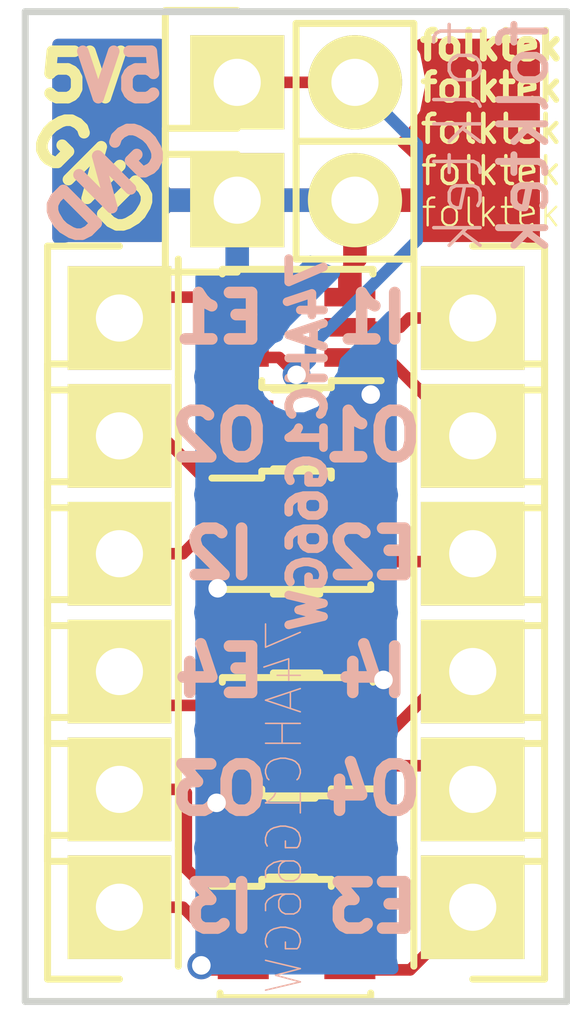
<source format=kicad_pcb>
(kicad_pcb (version 4) (host pcbnew 4.0.4+e1-6308~48~ubuntu16.04.1-stable)

  (general
    (links 28)
    (no_connects 0)
    (area 231.572999 82.220999 243.407001 103.707001)
    (thickness 1.6)
    (drawings 29)
    (tracks 98)
    (zones 0)
    (modules 21)
    (nets 15)
  )

  (page A4)
  (layers
    (0 F.Cu signal)
    (31 B.Cu signal)
    (32 B.Adhes user)
    (33 F.Adhes user)
    (34 B.Paste user)
    (35 F.Paste user)
    (36 B.SilkS user)
    (37 F.SilkS user)
    (38 B.Mask user)
    (39 F.Mask user)
    (40 Dwgs.User user)
    (41 Cmts.User user)
    (42 Eco1.User user)
    (43 Eco2.User user)
    (44 Edge.Cuts user)
    (45 Margin user)
    (46 B.CrtYd user)
    (47 F.CrtYd user)
    (48 B.Fab user hide)
    (49 F.Fab user hide)
  )

  (setup
    (last_trace_width 0.25)
    (trace_clearance 0.2)
    (zone_clearance 0.508)
    (zone_45_only no)
    (trace_min 0.2)
    (segment_width 0.2)
    (edge_width 0.15)
    (via_size 0.6)
    (via_drill 0.4)
    (via_min_size 0.4)
    (via_min_drill 0.3)
    (uvia_size 0.3)
    (uvia_drill 0.1)
    (uvias_allowed no)
    (uvia_min_size 0.2)
    (uvia_min_drill 0.1)
    (pcb_text_width 0.3)
    (pcb_text_size 1.5 1.5)
    (mod_edge_width 0.15)
    (mod_text_size 1 1)
    (mod_text_width 0.15)
    (pad_size 1.524 1.524)
    (pad_drill 0.762)
    (pad_to_mask_clearance 0.05)
    (aux_axis_origin 0 0)
    (visible_elements FFFFFF7F)
    (pcbplotparams
      (layerselection 0x010fc_80000001)
      (usegerberextensions true)
      (usegerberattributes true)
      (excludeedgelayer true)
      (linewidth 0.100000)
      (plotframeref false)
      (viasonmask false)
      (mode 1)
      (useauxorigin false)
      (hpglpennumber 1)
      (hpglpenspeed 20)
      (hpglpendiameter 15)
      (hpglpenoverlay 2)
      (psnegative false)
      (psa4output false)
      (plotreference true)
      (plotvalue true)
      (plotinvisibletext false)
      (padsonsilk false)
      (subtractmaskfromsilk true)
      (outputformat 1)
      (mirror false)
      (drillshape 0)
      (scaleselection 1)
      (outputdirectory as1_gerb/))
  )

  (net 0 "")
  (net 1 /VCC)
  (net 2 /GND)
  (net 3 /I.1)
  (net 4 /EN.1)
  (net 5 /I.2)
  (net 6 /EN.2)
  (net 7 /I.3)
  (net 8 /EN.3)
  (net 9 /I.4)
  (net 10 /EN.4)
  (net 11 /O.1)
  (net 12 /O.2)
  (net 13 /O.3)
  (net 14 /O.4)

  (net_class Default "This is the default net class."
    (clearance 0.2)
    (trace_width 0.25)
    (via_dia 0.6)
    (via_drill 0.4)
    (uvia_dia 0.3)
    (uvia_drill 0.1)
    (add_net /EN.1)
    (add_net /EN.2)
    (add_net /EN.3)
    (add_net /EN.4)
    (add_net /GND)
    (add_net /I.1)
    (add_net /I.2)
    (add_net /I.3)
    (add_net /I.4)
    (add_net /O.1)
    (add_net /O.2)
    (add_net /O.3)
    (add_net /O.4)
    (add_net /VCC)
  )

  (module Pin_Headers:Pin_Header_Straight_1x02 (layer F.Cu) (tedit 580FC953) (tstamp 580FC845)
    (at 236.22 83.82 90)
    (descr "Through hole pin header")
    (tags "pin header")
    (path /580FE88A)
    (fp_text reference P1 (at 0 -5.1 90) (layer F.SilkS) hide
      (effects (font (size 1 1) (thickness 0.15)))
    )
    (fp_text value CONN_01X02 (at 0 -3.1 90) (layer F.Fab)
      (effects (font (size 1 1) (thickness 0.15)))
    )
    (fp_line (start 1.27 1.27) (end 1.27 3.81) (layer F.SilkS) (width 0.15))
    (fp_line (start 1.55 -1.55) (end 1.55 0) (layer F.SilkS) (width 0.15))
    (fp_line (start -1.75 -1.75) (end -1.75 4.3) (layer F.CrtYd) (width 0.05))
    (fp_line (start 1.75 -1.75) (end 1.75 4.3) (layer F.CrtYd) (width 0.05))
    (fp_line (start -1.75 -1.75) (end 1.75 -1.75) (layer F.CrtYd) (width 0.05))
    (fp_line (start -1.75 4.3) (end 1.75 4.3) (layer F.CrtYd) (width 0.05))
    (fp_line (start 1.27 1.27) (end -1.27 1.27) (layer F.SilkS) (width 0.15))
    (fp_line (start -1.55 0) (end -1.55 -1.55) (layer F.SilkS) (width 0.15))
    (fp_line (start -1.55 -1.55) (end 1.55 -1.55) (layer F.SilkS) (width 0.15))
    (fp_line (start -1.27 1.27) (end -1.27 3.81) (layer F.SilkS) (width 0.15))
    (fp_line (start -1.27 3.81) (end 1.27 3.81) (layer F.SilkS) (width 0.15))
    (pad 1 thru_hole rect (at 0 0 90) (size 2.032 2.032) (drill 1.016) (layers *.Cu *.Mask F.SilkS)
      (net 1 /VCC))
    (pad 2 thru_hole oval (at 0 2.54 90) (size 2.032 2.032) (drill 1.016) (layers *.Cu *.Mask F.SilkS)
      (net 1 /VCC))
    (model Pin_Headers.3dshapes/Pin_Header_Straight_1x02.wrl
      (at (xyz 0 -0.05 0))
      (scale (xyz 1 1 1))
      (rotate (xyz 0 0 90))
    )
  )

  (module Pin_Headers:Pin_Header_Straight_1x02 (layer F.Cu) (tedit 580FC92D) (tstamp 580FC84B)
    (at 236.22 86.36 90)
    (descr "Through hole pin header")
    (tags "pin header")
    (path /580FE88B)
    (fp_text reference P2 (at 0 -5.1 90) (layer F.SilkS) hide
      (effects (font (size 1 1) (thickness 0.15)))
    )
    (fp_text value CONN_01X02 (at 0 -3.1 90) (layer F.Fab)
      (effects (font (size 1 1) (thickness 0.15)))
    )
    (fp_line (start 1.27 1.27) (end 1.27 3.81) (layer F.SilkS) (width 0.15))
    (fp_line (start 1.55 -1.55) (end 1.55 0) (layer F.SilkS) (width 0.15))
    (fp_line (start -1.75 -1.75) (end -1.75 4.3) (layer F.CrtYd) (width 0.05))
    (fp_line (start 1.75 -1.75) (end 1.75 4.3) (layer F.CrtYd) (width 0.05))
    (fp_line (start -1.75 -1.75) (end 1.75 -1.75) (layer F.CrtYd) (width 0.05))
    (fp_line (start -1.75 4.3) (end 1.75 4.3) (layer F.CrtYd) (width 0.05))
    (fp_line (start 1.27 1.27) (end -1.27 1.27) (layer F.SilkS) (width 0.15))
    (fp_line (start -1.55 0) (end -1.55 -1.55) (layer F.SilkS) (width 0.15))
    (fp_line (start -1.55 -1.55) (end 1.55 -1.55) (layer F.SilkS) (width 0.15))
    (fp_line (start -1.27 1.27) (end -1.27 3.81) (layer F.SilkS) (width 0.15))
    (fp_line (start -1.27 3.81) (end 1.27 3.81) (layer F.SilkS) (width 0.15))
    (pad 1 thru_hole rect (at 0 0 90) (size 2.032 2.032) (drill 1.016) (layers *.Cu *.Mask F.SilkS)
      (net 2 /GND))
    (pad 2 thru_hole oval (at 0 2.54 90) (size 2.032 2.032) (drill 1.016) (layers *.Cu *.Mask F.SilkS)
      (net 2 /GND))
    (model Pin_Headers.3dshapes/Pin_Header_Straight_1x02.wrl
      (at (xyz 0 -0.05 0))
      (scale (xyz 1 1 1))
      (rotate (xyz 0 0 90))
    )
  )

  (module Pin_Headers:Pin_Header_Straight_1x01 (layer F.Cu) (tedit 580FC94F) (tstamp 580FC850)
    (at 241.3 88.9 270)
    (descr "Through hole pin header")
    (tags "pin header")
    (path /580FE881)
    (fp_text reference P3 (at 0 -5.1 360) (layer F.SilkS) hide
      (effects (font (size 1 1) (thickness 0.15)))
    )
    (fp_text value CONN_01X01 (at 0 -3.1 270) (layer F.Fab)
      (effects (font (size 1 1) (thickness 0.15)))
    )
    (fp_line (start 1.55 -1.55) (end 1.55 0) (layer F.SilkS) (width 0.15))
    (fp_line (start -1.75 -1.75) (end -1.75 1.75) (layer F.CrtYd) (width 0.05))
    (fp_line (start 1.75 -1.75) (end 1.75 1.75) (layer F.CrtYd) (width 0.05))
    (fp_line (start -1.75 -1.75) (end 1.75 -1.75) (layer F.CrtYd) (width 0.05))
    (fp_line (start -1.75 1.75) (end 1.75 1.75) (layer F.CrtYd) (width 0.05))
    (fp_line (start -1.55 0) (end -1.55 -1.55) (layer F.SilkS) (width 0.15))
    (fp_line (start -1.55 -1.55) (end 1.55 -1.55) (layer F.SilkS) (width 0.15))
    (fp_line (start -1.27 1.27) (end 1.27 1.27) (layer F.SilkS) (width 0.15))
    (pad 1 thru_hole rect (at 0 0 270) (size 2.2352 2.2352) (drill 1.016) (layers *.Cu *.Mask F.SilkS)
      (net 3 /I.1))
    (model Pin_Headers.3dshapes/Pin_Header_Straight_1x01.wrl
      (at (xyz 0 0 0))
      (scale (xyz 1 1 1))
      (rotate (xyz 0 0 90))
    )
  )

  (module Pin_Headers:Pin_Header_Straight_1x01 (layer F.Cu) (tedit 580FCA2B) (tstamp 580FC855)
    (at 233.68 88.9 90)
    (descr "Through hole pin header")
    (tags "pin header")
    (path /580FE882)
    (fp_text reference P4 (at 0 -5.1 90) (layer F.SilkS) hide
      (effects (font (size 1 1) (thickness 0.15)))
    )
    (fp_text value CONN_01X01 (at 0 -3.1 90) (layer F.Fab)
      (effects (font (size 1 1) (thickness 0.15)))
    )
    (fp_line (start 1.55 -1.55) (end 1.55 0) (layer F.SilkS) (width 0.15))
    (fp_line (start -1.75 -1.75) (end -1.75 1.75) (layer F.CrtYd) (width 0.05))
    (fp_line (start 1.75 -1.75) (end 1.75 1.75) (layer F.CrtYd) (width 0.05))
    (fp_line (start -1.75 -1.75) (end 1.75 -1.75) (layer F.CrtYd) (width 0.05))
    (fp_line (start -1.75 1.75) (end 1.75 1.75) (layer F.CrtYd) (width 0.05))
    (fp_line (start -1.55 0) (end -1.55 -1.55) (layer F.SilkS) (width 0.15))
    (fp_line (start -1.55 -1.55) (end 1.55 -1.55) (layer F.SilkS) (width 0.15))
    (fp_line (start -1.27 1.27) (end 1.27 1.27) (layer F.SilkS) (width 0.15))
    (pad 1 thru_hole rect (at 0 0 90) (size 2.2352 2.2352) (drill 1.016) (layers *.Cu *.Mask F.SilkS)
      (net 4 /EN.1))
    (model Pin_Headers.3dshapes/Pin_Header_Straight_1x01.wrl
      (at (xyz 0 0 0))
      (scale (xyz 1 1 1))
      (rotate (xyz 0 0 90))
    )
  )

  (module Pin_Headers:Pin_Header_Straight_1x01 (layer F.Cu) (tedit 580FC95E) (tstamp 580FC85A)
    (at 233.68 93.98 90)
    (descr "Through hole pin header")
    (tags "pin header")
    (path /580FE87D)
    (fp_text reference P5 (at 0 -5.1 90) (layer F.SilkS) hide
      (effects (font (size 1 1) (thickness 0.15)))
    )
    (fp_text value CONN_01X01 (at 0 -3.1 90) (layer F.Fab)
      (effects (font (size 1 1) (thickness 0.15)))
    )
    (fp_line (start 1.55 -1.55) (end 1.55 0) (layer F.SilkS) (width 0.15))
    (fp_line (start -1.75 -1.75) (end -1.75 1.75) (layer F.CrtYd) (width 0.05))
    (fp_line (start 1.75 -1.75) (end 1.75 1.75) (layer F.CrtYd) (width 0.05))
    (fp_line (start -1.75 -1.75) (end 1.75 -1.75) (layer F.CrtYd) (width 0.05))
    (fp_line (start -1.75 1.75) (end 1.75 1.75) (layer F.CrtYd) (width 0.05))
    (fp_line (start -1.55 0) (end -1.55 -1.55) (layer F.SilkS) (width 0.15))
    (fp_line (start -1.55 -1.55) (end 1.55 -1.55) (layer F.SilkS) (width 0.15))
    (fp_line (start -1.27 1.27) (end 1.27 1.27) (layer F.SilkS) (width 0.15))
    (pad 1 thru_hole rect (at 0 0 90) (size 2.2352 2.2352) (drill 1.016) (layers *.Cu *.Mask F.SilkS)
      (net 5 /I.2))
    (model Pin_Headers.3dshapes/Pin_Header_Straight_1x01.wrl
      (at (xyz 0 0 0))
      (scale (xyz 1 1 1))
      (rotate (xyz 0 0 90))
    )
  )

  (module Pin_Headers:Pin_Header_Straight_1x01 (layer F.Cu) (tedit 580FC965) (tstamp 580FC85F)
    (at 241.3 93.98 270)
    (descr "Through hole pin header")
    (tags "pin header")
    (path /580FE87E)
    (fp_text reference P6 (at 0 -5.1 270) (layer F.SilkS) hide
      (effects (font (size 1 1) (thickness 0.15)))
    )
    (fp_text value CONN_01X01 (at 0 -3.1 270) (layer F.Fab)
      (effects (font (size 1 1) (thickness 0.15)))
    )
    (fp_line (start 1.55 -1.55) (end 1.55 0) (layer F.SilkS) (width 0.15))
    (fp_line (start -1.75 -1.75) (end -1.75 1.75) (layer F.CrtYd) (width 0.05))
    (fp_line (start 1.75 -1.75) (end 1.75 1.75) (layer F.CrtYd) (width 0.05))
    (fp_line (start -1.75 -1.75) (end 1.75 -1.75) (layer F.CrtYd) (width 0.05))
    (fp_line (start -1.75 1.75) (end 1.75 1.75) (layer F.CrtYd) (width 0.05))
    (fp_line (start -1.55 0) (end -1.55 -1.55) (layer F.SilkS) (width 0.15))
    (fp_line (start -1.55 -1.55) (end 1.55 -1.55) (layer F.SilkS) (width 0.15))
    (fp_line (start -1.27 1.27) (end 1.27 1.27) (layer F.SilkS) (width 0.15))
    (pad 1 thru_hole rect (at 0 0 270) (size 2.2352 2.2352) (drill 1.016) (layers *.Cu *.Mask F.SilkS)
      (net 6 /EN.2))
    (model Pin_Headers.3dshapes/Pin_Header_Straight_1x01.wrl
      (at (xyz 0 0 0))
      (scale (xyz 1 1 1))
      (rotate (xyz 0 0 90))
    )
  )

  (module Pin_Headers:Pin_Header_Straight_1x01 (layer F.Cu) (tedit 580FCAEC) (tstamp 580FC864)
    (at 233.68 101.6 90)
    (descr "Through hole pin header")
    (tags "pin header")
    (path /580FE884)
    (fp_text reference P7 (at 0 -5.1 90) (layer F.SilkS) hide
      (effects (font (size 1 1) (thickness 0.15)))
    )
    (fp_text value CONN_01X01 (at 0 -3.1 90) (layer F.Fab)
      (effects (font (size 1 1) (thickness 0.15)))
    )
    (fp_line (start 1.55 -1.55) (end 1.55 0) (layer F.SilkS) (width 0.15))
    (fp_line (start -1.75 -1.75) (end -1.75 1.75) (layer F.CrtYd) (width 0.05))
    (fp_line (start 1.75 -1.75) (end 1.75 1.75) (layer F.CrtYd) (width 0.05))
    (fp_line (start -1.75 -1.75) (end 1.75 -1.75) (layer F.CrtYd) (width 0.05))
    (fp_line (start -1.75 1.75) (end 1.75 1.75) (layer F.CrtYd) (width 0.05))
    (fp_line (start -1.55 0) (end -1.55 -1.55) (layer F.SilkS) (width 0.15))
    (fp_line (start -1.55 -1.55) (end 1.55 -1.55) (layer F.SilkS) (width 0.15))
    (fp_line (start -1.27 1.27) (end 1.27 1.27) (layer F.SilkS) (width 0.15))
    (pad 1 thru_hole rect (at 0 0 90) (size 2.2352 2.2352) (drill 1.016) (layers *.Cu *.Mask F.SilkS)
      (net 7 /I.3))
    (model Pin_Headers.3dshapes/Pin_Header_Straight_1x01.wrl
      (at (xyz 0 0 0))
      (scale (xyz 1 1 1))
      (rotate (xyz 0 0 90))
    )
  )

  (module Pin_Headers:Pin_Header_Straight_1x01 (layer F.Cu) (tedit 580FC972) (tstamp 580FC869)
    (at 241.3 101.6 270)
    (descr "Through hole pin header")
    (tags "pin header")
    (path /580FE885)
    (fp_text reference P8 (at 0 -5.1 270) (layer F.SilkS) hide
      (effects (font (size 1 1) (thickness 0.15)))
    )
    (fp_text value CONN_01X01 (at 0 -3.1 270) (layer F.Fab)
      (effects (font (size 1 1) (thickness 0.15)))
    )
    (fp_line (start 1.55 -1.55) (end 1.55 0) (layer F.SilkS) (width 0.15))
    (fp_line (start -1.75 -1.75) (end -1.75 1.75) (layer F.CrtYd) (width 0.05))
    (fp_line (start 1.75 -1.75) (end 1.75 1.75) (layer F.CrtYd) (width 0.05))
    (fp_line (start -1.75 -1.75) (end 1.75 -1.75) (layer F.CrtYd) (width 0.05))
    (fp_line (start -1.75 1.75) (end 1.75 1.75) (layer F.CrtYd) (width 0.05))
    (fp_line (start -1.55 0) (end -1.55 -1.55) (layer F.SilkS) (width 0.15))
    (fp_line (start -1.55 -1.55) (end 1.55 -1.55) (layer F.SilkS) (width 0.15))
    (fp_line (start -1.27 1.27) (end 1.27 1.27) (layer F.SilkS) (width 0.15))
    (pad 1 thru_hole rect (at 0 0 270) (size 2.2352 2.2352) (drill 1.016) (layers *.Cu *.Mask F.SilkS)
      (net 8 /EN.3))
    (model Pin_Headers.3dshapes/Pin_Header_Straight_1x01.wrl
      (at (xyz 0 0 0))
      (scale (xyz 1 1 1))
      (rotate (xyz 0 0 90))
    )
  )

  (module Pin_Headers:Pin_Header_Straight_1x01 (layer F.Cu) (tedit 580FCAF1) (tstamp 580FC86E)
    (at 241.3 96.52 270)
    (descr "Through hole pin header")
    (tags "pin header")
    (path /580FE887)
    (fp_text reference P9 (at 0 -5.1 270) (layer F.SilkS) hide
      (effects (font (size 1 1) (thickness 0.15)))
    )
    (fp_text value CONN_01X01 (at 0 -3.1 270) (layer F.Fab)
      (effects (font (size 1 1) (thickness 0.15)))
    )
    (fp_line (start 1.55 -1.55) (end 1.55 0) (layer F.SilkS) (width 0.15))
    (fp_line (start -1.75 -1.75) (end -1.75 1.75) (layer F.CrtYd) (width 0.05))
    (fp_line (start 1.75 -1.75) (end 1.75 1.75) (layer F.CrtYd) (width 0.05))
    (fp_line (start -1.75 -1.75) (end 1.75 -1.75) (layer F.CrtYd) (width 0.05))
    (fp_line (start -1.75 1.75) (end 1.75 1.75) (layer F.CrtYd) (width 0.05))
    (fp_line (start -1.55 0) (end -1.55 -1.55) (layer F.SilkS) (width 0.15))
    (fp_line (start -1.55 -1.55) (end 1.55 -1.55) (layer F.SilkS) (width 0.15))
    (fp_line (start -1.27 1.27) (end 1.27 1.27) (layer F.SilkS) (width 0.15))
    (pad 1 thru_hole rect (at 0 0 270) (size 2.2352 2.2352) (drill 1.016) (layers *.Cu *.Mask F.SilkS)
      (net 9 /I.4))
    (model Pin_Headers.3dshapes/Pin_Header_Straight_1x01.wrl
      (at (xyz 0 0 0))
      (scale (xyz 1 1 1))
      (rotate (xyz 0 0 90))
    )
  )

  (module Pin_Headers:Pin_Header_Straight_1x01 (layer F.Cu) (tedit 580FCAD4) (tstamp 580FC873)
    (at 233.68 96.52 90)
    (descr "Through hole pin header")
    (tags "pin header")
    (path /580FE888)
    (fp_text reference P10 (at 0 -5.1 90) (layer F.SilkS) hide
      (effects (font (size 1 1) (thickness 0.15)))
    )
    (fp_text value CONN_01X01 (at 0 -3.1 90) (layer F.Fab)
      (effects (font (size 1 1) (thickness 0.15)))
    )
    (fp_line (start 1.55 -1.55) (end 1.55 0) (layer F.SilkS) (width 0.15))
    (fp_line (start -1.75 -1.75) (end -1.75 1.75) (layer F.CrtYd) (width 0.05))
    (fp_line (start 1.75 -1.75) (end 1.75 1.75) (layer F.CrtYd) (width 0.05))
    (fp_line (start -1.75 -1.75) (end 1.75 -1.75) (layer F.CrtYd) (width 0.05))
    (fp_line (start -1.75 1.75) (end 1.75 1.75) (layer F.CrtYd) (width 0.05))
    (fp_line (start -1.55 0) (end -1.55 -1.55) (layer F.SilkS) (width 0.15))
    (fp_line (start -1.55 -1.55) (end 1.55 -1.55) (layer F.SilkS) (width 0.15))
    (fp_line (start -1.27 1.27) (end 1.27 1.27) (layer F.SilkS) (width 0.15))
    (pad 1 thru_hole rect (at 0 0 90) (size 2.2352 2.2352) (drill 1.016) (layers *.Cu *.Mask F.SilkS)
      (net 10 /EN.4))
    (model Pin_Headers.3dshapes/Pin_Header_Straight_1x01.wrl
      (at (xyz 0 0 0))
      (scale (xyz 1 1 1))
      (rotate (xyz 0 0 90))
    )
  )

  (module Pin_Headers:Pin_Header_Straight_1x01 (layer F.Cu) (tedit 580FC941) (tstamp 580FC878)
    (at 241.3 91.44 270)
    (descr "Through hole pin header")
    (tags "pin header")
    (path /580FE883)
    (fp_text reference P11 (at 0 -5.1 270) (layer F.SilkS) hide
      (effects (font (size 1 1) (thickness 0.15)))
    )
    (fp_text value CONN_01X01 (at 0 -3.1 270) (layer F.Fab)
      (effects (font (size 1 1) (thickness 0.15)))
    )
    (fp_line (start 1.55 -1.55) (end 1.55 0) (layer F.SilkS) (width 0.15))
    (fp_line (start -1.75 -1.75) (end -1.75 1.75) (layer F.CrtYd) (width 0.05))
    (fp_line (start 1.75 -1.75) (end 1.75 1.75) (layer F.CrtYd) (width 0.05))
    (fp_line (start -1.75 -1.75) (end 1.75 -1.75) (layer F.CrtYd) (width 0.05))
    (fp_line (start -1.75 1.75) (end 1.75 1.75) (layer F.CrtYd) (width 0.05))
    (fp_line (start -1.55 0) (end -1.55 -1.55) (layer F.SilkS) (width 0.15))
    (fp_line (start -1.55 -1.55) (end 1.55 -1.55) (layer F.SilkS) (width 0.15))
    (fp_line (start -1.27 1.27) (end 1.27 1.27) (layer F.SilkS) (width 0.15))
    (pad 1 thru_hole rect (at 0 0 270) (size 2.2352 2.2352) (drill 1.016) (layers *.Cu *.Mask F.SilkS)
      (net 11 /O.1))
    (model Pin_Headers.3dshapes/Pin_Header_Straight_1x01.wrl
      (at (xyz 0 0 0))
      (scale (xyz 1 1 1))
      (rotate (xyz 0 0 90))
    )
  )

  (module Pin_Headers:Pin_Header_Straight_1x01 (layer F.Cu) (tedit 580FC947) (tstamp 580FC87D)
    (at 233.68 91.44 90)
    (descr "Through hole pin header")
    (tags "pin header")
    (path /580FE87F)
    (fp_text reference P12 (at 0 -5.1 90) (layer F.SilkS) hide
      (effects (font (size 1 1) (thickness 0.15)))
    )
    (fp_text value CONN_01X01 (at 0 -3.1 90) (layer F.Fab)
      (effects (font (size 1 1) (thickness 0.15)))
    )
    (fp_line (start 1.55 -1.55) (end 1.55 0) (layer F.SilkS) (width 0.15))
    (fp_line (start -1.75 -1.75) (end -1.75 1.75) (layer F.CrtYd) (width 0.05))
    (fp_line (start 1.75 -1.75) (end 1.75 1.75) (layer F.CrtYd) (width 0.05))
    (fp_line (start -1.75 -1.75) (end 1.75 -1.75) (layer F.CrtYd) (width 0.05))
    (fp_line (start -1.75 1.75) (end 1.75 1.75) (layer F.CrtYd) (width 0.05))
    (fp_line (start -1.55 0) (end -1.55 -1.55) (layer F.SilkS) (width 0.15))
    (fp_line (start -1.55 -1.55) (end 1.55 -1.55) (layer F.SilkS) (width 0.15))
    (fp_line (start -1.27 1.27) (end 1.27 1.27) (layer F.SilkS) (width 0.15))
    (pad 1 thru_hole rect (at 0 0 90) (size 2.2352 2.2352) (drill 1.016) (layers *.Cu *.Mask F.SilkS)
      (net 12 /O.2))
    (model Pin_Headers.3dshapes/Pin_Header_Straight_1x01.wrl
      (at (xyz 0 0 0))
      (scale (xyz 1 1 1))
      (rotate (xyz 0 0 90))
    )
  )

  (module Pin_Headers:Pin_Header_Straight_1x01 (layer F.Cu) (tedit 580FCAED) (tstamp 580FC882)
    (at 233.68 99.06 90)
    (descr "Through hole pin header")
    (tags "pin header")
    (path /580FE886)
    (fp_text reference P13 (at 0 -5.1 90) (layer F.SilkS) hide
      (effects (font (size 1 1) (thickness 0.15)))
    )
    (fp_text value CONN_01X01 (at 0 -3.1 90) (layer F.Fab)
      (effects (font (size 1 1) (thickness 0.15)))
    )
    (fp_line (start 1.55 -1.55) (end 1.55 0) (layer F.SilkS) (width 0.15))
    (fp_line (start -1.75 -1.75) (end -1.75 1.75) (layer F.CrtYd) (width 0.05))
    (fp_line (start 1.75 -1.75) (end 1.75 1.75) (layer F.CrtYd) (width 0.05))
    (fp_line (start -1.75 -1.75) (end 1.75 -1.75) (layer F.CrtYd) (width 0.05))
    (fp_line (start -1.75 1.75) (end 1.75 1.75) (layer F.CrtYd) (width 0.05))
    (fp_line (start -1.55 0) (end -1.55 -1.55) (layer F.SilkS) (width 0.15))
    (fp_line (start -1.55 -1.55) (end 1.55 -1.55) (layer F.SilkS) (width 0.15))
    (fp_line (start -1.27 1.27) (end 1.27 1.27) (layer F.SilkS) (width 0.15))
    (pad 1 thru_hole rect (at 0 0 90) (size 2.2352 2.2352) (drill 1.016) (layers *.Cu *.Mask F.SilkS)
      (net 13 /O.3))
    (model Pin_Headers.3dshapes/Pin_Header_Straight_1x01.wrl
      (at (xyz 0 0 0))
      (scale (xyz 1 1 1))
      (rotate (xyz 0 0 90))
    )
  )

  (module Pin_Headers:Pin_Header_Straight_1x01 (layer F.Cu) (tedit 580FCAEF) (tstamp 580FC887)
    (at 241.3 99.06 270)
    (descr "Through hole pin header")
    (tags "pin header")
    (path /580FE889)
    (fp_text reference P14 (at 0 -5.1 270) (layer F.SilkS) hide
      (effects (font (size 1 1) (thickness 0.15)))
    )
    (fp_text value CONN_01X01 (at 0 -3.1 270) (layer F.Fab)
      (effects (font (size 1 1) (thickness 0.15)))
    )
    (fp_line (start 1.55 -1.55) (end 1.55 0) (layer F.SilkS) (width 0.15))
    (fp_line (start -1.75 -1.75) (end -1.75 1.75) (layer F.CrtYd) (width 0.05))
    (fp_line (start 1.75 -1.75) (end 1.75 1.75) (layer F.CrtYd) (width 0.05))
    (fp_line (start -1.75 -1.75) (end 1.75 -1.75) (layer F.CrtYd) (width 0.05))
    (fp_line (start -1.75 1.75) (end 1.75 1.75) (layer F.CrtYd) (width 0.05))
    (fp_line (start -1.55 0) (end -1.55 -1.55) (layer F.SilkS) (width 0.15))
    (fp_line (start -1.55 -1.55) (end 1.55 -1.55) (layer F.SilkS) (width 0.15))
    (fp_line (start -1.27 1.27) (end 1.27 1.27) (layer F.SilkS) (width 0.15))
    (pad 1 thru_hole rect (at 0 0 270) (size 2.2352 2.2352) (drill 1.016) (layers *.Cu *.Mask F.SilkS)
      (net 14 /O.4))
    (model Pin_Headers.3dshapes/Pin_Header_Straight_1x01.wrl
      (at (xyz 0 0 0))
      (scale (xyz 1 1 1))
      (rotate (xyz 0 0 90))
    )
  )

  (module Capacitors_SMD:C_0805 (layer F.Cu) (tedit 580FE858) (tstamp 580FCE47)
    (at 237.5 91.3)
    (descr "Capacitor SMD 0805, reflow soldering, AVX (see smccp.pdf)")
    (tags "capacitor 0805")
    (path /580FE88C)
    (attr smd)
    (fp_text reference C1 (at 0.8326 -3.5761) (layer F.SilkS) hide
      (effects (font (size 1 1) (thickness 0.15)))
    )
    (fp_text value 0.1uF (at 0 2.1) (layer F.Fab)
      (effects (font (size 1 1) (thickness 0.15)))
    )
    (fp_line (start -1 0.625) (end -1 -0.625) (layer F.Fab) (width 0.15))
    (fp_line (start 1 0.625) (end -1 0.625) (layer F.Fab) (width 0.15))
    (fp_line (start 1 -0.625) (end 1 0.625) (layer F.Fab) (width 0.15))
    (fp_line (start -1 -0.625) (end 1 -0.625) (layer F.Fab) (width 0.15))
    (fp_line (start -1.8 -1) (end 1.8 -1) (layer F.CrtYd) (width 0.05))
    (fp_line (start -1.8 1) (end 1.8 1) (layer F.CrtYd) (width 0.05))
    (fp_line (start -1.8 -1) (end -1.8 1) (layer F.CrtYd) (width 0.05))
    (fp_line (start 1.8 -1) (end 1.8 1) (layer F.CrtYd) (width 0.05))
    (fp_line (start 0.5 -0.85) (end -0.5 -0.85) (layer F.SilkS) (width 0.15))
    (fp_line (start -0.5 0.85) (end 0.5 0.85) (layer F.SilkS) (width 0.15))
    (pad 1 smd rect (at -1 0) (size 1 1.25) (layers F.Cu F.Paste F.Mask)
      (net 1 /VCC))
    (pad 2 smd rect (at 1 0) (size 1 1.25) (layers F.Cu F.Paste F.Mask)
      (net 2 /GND))
    (model Capacitors_SMD.3dshapes/C_0805.wrl
      (at (xyz 0 0 0))
      (scale (xyz 1 1 1))
      (rotate (xyz 0 0 0))
    )
  )

  (module Capacitors_SMD:C_0805 (layer F.Cu) (tedit 580FE867) (tstamp 580FCE4C)
    (at 237.5 95.7 180)
    (descr "Capacitor SMD 0805, reflow soldering, AVX (see smccp.pdf)")
    (tags "capacitor 0805")
    (path /580FE88D)
    (attr smd)
    (fp_text reference C2 (at 0.7874 -2.7178 180) (layer F.SilkS) hide
      (effects (font (size 1 1) (thickness 0.15)))
    )
    (fp_text value 1uF (at 0 2.1 180) (layer F.Fab)
      (effects (font (size 1 1) (thickness 0.15)))
    )
    (fp_line (start -1 0.625) (end -1 -0.625) (layer F.Fab) (width 0.15))
    (fp_line (start 1 0.625) (end -1 0.625) (layer F.Fab) (width 0.15))
    (fp_line (start 1 -0.625) (end 1 0.625) (layer F.Fab) (width 0.15))
    (fp_line (start -1 -0.625) (end 1 -0.625) (layer F.Fab) (width 0.15))
    (fp_line (start -1.8 -1) (end 1.8 -1) (layer F.CrtYd) (width 0.05))
    (fp_line (start -1.8 1) (end 1.8 1) (layer F.CrtYd) (width 0.05))
    (fp_line (start -1.8 -1) (end -1.8 1) (layer F.CrtYd) (width 0.05))
    (fp_line (start 1.8 -1) (end 1.8 1) (layer F.CrtYd) (width 0.05))
    (fp_line (start 0.5 -0.85) (end -0.5 -0.85) (layer F.SilkS) (width 0.15))
    (fp_line (start -0.5 0.85) (end 0.5 0.85) (layer F.SilkS) (width 0.15))
    (pad 1 smd rect (at -1 0 180) (size 1 1.25) (layers F.Cu F.Paste F.Mask)
      (net 1 /VCC))
    (pad 2 smd rect (at 1 0 180) (size 1 1.25) (layers F.Cu F.Paste F.Mask)
      (net 2 /GND))
    (model Capacitors_SMD.3dshapes/C_0805.wrl
      (at (xyz 0 0 0))
      (scale (xyz 1 1 1))
      (rotate (xyz 0 0 0))
    )
  )

  (module Housings_SSOP:TSSOP-5_1.25x2mm_Pitch0.65mm (layer F.Cu) (tedit 580FE84A) (tstamp 580FE84A)
    (at 237.5 89.1 180)
    (descr "TSSOP8: plastic thin shrink small outline package; 8 leads; body width 3 mm; (see NXP SSOP-TSSOP-VSO-REFLOW.pdf and sot505-1_po.pdf)")
    (tags "SSOP 0.65")
    (path /580FE6F9)
    (attr smd)
    (fp_text reference U1 (at 1.27 -1.905 180) (layer F.SilkS) hide
      (effects (font (size 1 1) (thickness 0.15)))
    )
    (fp_text value 74AHC1G66GW (at 0 2.55 180) (layer F.Fab)
      (effects (font (size 1 1) (thickness 0.15)))
    )
    (fp_line (start -0.625 -1) (end 0.625 -1) (layer F.Fab) (width 0.15))
    (fp_line (start 0.625 -1) (end 0.625 1) (layer F.Fab) (width 0.15))
    (fp_line (start 0.625 1) (end -0.625 1) (layer F.Fab) (width 0.15))
    (fp_line (start -0.625 1) (end -0.625 -1) (layer F.Fab) (width 0.15))
    (fp_line (start -2.95 -1.8) (end -2.95 1.8) (layer F.CrtYd) (width 0.05))
    (fp_line (start 2.95 -1.8) (end 2.95 1.8) (layer F.CrtYd) (width 0.05))
    (fp_line (start -2.95 -1.8) (end 2.95 -1.8) (layer F.CrtYd) (width 0.05))
    (fp_line (start -2.95 1.8) (end 2.95 1.8) (layer F.CrtYd) (width 0.05))
    (fp_line (start -0.75 -1.3) (end -0.75 -1.15) (layer F.SilkS) (width 0.15))
    (fp_line (start 0.75 -1.3) (end 0.75 -1.15) (layer F.SilkS) (width 0.15))
    (fp_line (start 1.6 1.25) (end 1.6 1.15) (layer F.SilkS) (width 0.15))
    (fp_line (start -1.65 1.25) (end -1.65 1.15) (layer F.SilkS) (width 0.15))
    (fp_line (start -0.75 -1.3) (end 0.75 -1.3) (layer F.SilkS) (width 0.15))
    (fp_line (start -1.65 1.25) (end 1.6 1.25) (layer F.SilkS) (width 0.15))
    (fp_line (start -0.75 -1.15) (end -1.825 -1.15) (layer F.SilkS) (width 0.15))
    (fp_line (start 0.625 -1) (end 0.625 1) (layer F.Fab) (width 0.15))
    (fp_line (start -1.05 -1) (end -1.05 1) (layer F.Fab) (width 0.15))
    (fp_line (start 1.05 -1) (end 1.05 1) (layer F.Fab) (width 0.15))
    (pad 1 smd rect (at -1.15 -0.65 180) (size 1.1 0.4) (layers F.Cu F.Paste F.Mask)
      (net 11 /O.1))
    (pad 2 smd rect (at -1.15 0 180) (size 1.1 0.4) (layers F.Cu F.Paste F.Mask)
      (net 3 /I.1))
    (pad 3 smd rect (at -1.15 0.65 180) (size 1.1 0.4) (layers F.Cu F.Paste F.Mask)
      (net 2 /GND))
    (pad 4 smd rect (at 1.15 0.65 180) (size 1.1 0.4) (layers F.Cu F.Paste F.Mask)
      (net 4 /EN.1))
    (pad 5 smd rect (at 1.15 -0.65) (size 1.1 0.4) (layers F.Cu F.Paste F.Mask)
      (net 1 /VCC))
    (model Housings_SSOP.3dshapes/TSSOP-8_3x3mm_Pitch0.65mm.wrl
      (at (xyz 0 0 0))
      (scale (xyz 1 1 1))
      (rotate (xyz 0 0 0))
    )
  )

  (module Housings_SSOP:TSSOP-5_1.25x2mm_Pitch0.65mm (layer F.Cu) (tedit 580FE855) (tstamp 580FE860)
    (at 237.5 93.5)
    (descr "TSSOP8: plastic thin shrink small outline package; 8 leads; body width 3 mm; (see NXP SSOP-TSSOP-VSO-REFLOW.pdf and sot505-1_po.pdf)")
    (tags "SSOP 0.65")
    (path /580FF88B)
    (attr smd)
    (fp_text reference U2 (at 1.27 -1.905) (layer F.SilkS) hide
      (effects (font (size 1 1) (thickness 0.15)))
    )
    (fp_text value 74AHC1G66GW (at 0 2.55) (layer F.Fab)
      (effects (font (size 1 1) (thickness 0.15)))
    )
    (fp_line (start -0.625 -1) (end 0.625 -1) (layer F.Fab) (width 0.15))
    (fp_line (start 0.625 -1) (end 0.625 1) (layer F.Fab) (width 0.15))
    (fp_line (start 0.625 1) (end -0.625 1) (layer F.Fab) (width 0.15))
    (fp_line (start -0.625 1) (end -0.625 -1) (layer F.Fab) (width 0.15))
    (fp_line (start -2.95 -1.8) (end -2.95 1.8) (layer F.CrtYd) (width 0.05))
    (fp_line (start 2.95 -1.8) (end 2.95 1.8) (layer F.CrtYd) (width 0.05))
    (fp_line (start -2.95 -1.8) (end 2.95 -1.8) (layer F.CrtYd) (width 0.05))
    (fp_line (start -2.95 1.8) (end 2.95 1.8) (layer F.CrtYd) (width 0.05))
    (fp_line (start -0.75 -1.3) (end -0.75 -1.15) (layer F.SilkS) (width 0.15))
    (fp_line (start 0.75 -1.3) (end 0.75 -1.15) (layer F.SilkS) (width 0.15))
    (fp_line (start 1.6 1.25) (end 1.6 1.15) (layer F.SilkS) (width 0.15))
    (fp_line (start -1.65 1.25) (end -1.65 1.15) (layer F.SilkS) (width 0.15))
    (fp_line (start -0.75 -1.3) (end 0.75 -1.3) (layer F.SilkS) (width 0.15))
    (fp_line (start -1.65 1.25) (end 1.6 1.25) (layer F.SilkS) (width 0.15))
    (fp_line (start -0.75 -1.15) (end -1.825 -1.15) (layer F.SilkS) (width 0.15))
    (fp_line (start 0.625 -1) (end 0.625 1) (layer F.Fab) (width 0.15))
    (fp_line (start -1.05 -1) (end -1.05 1) (layer F.Fab) (width 0.15))
    (fp_line (start 1.05 -1) (end 1.05 1) (layer F.Fab) (width 0.15))
    (pad 1 smd rect (at -1.15 -0.65) (size 1.1 0.4) (layers F.Cu F.Paste F.Mask)
      (net 12 /O.2))
    (pad 2 smd rect (at -1.15 0) (size 1.1 0.4) (layers F.Cu F.Paste F.Mask)
      (net 5 /I.2))
    (pad 3 smd rect (at -1.15 0.65) (size 1.1 0.4) (layers F.Cu F.Paste F.Mask)
      (net 2 /GND))
    (pad 4 smd rect (at 1.15 0.65) (size 1.1 0.4) (layers F.Cu F.Paste F.Mask)
      (net 6 /EN.2))
    (pad 5 smd rect (at 1.15 -0.65 180) (size 1.1 0.4) (layers F.Cu F.Paste F.Mask)
      (net 1 /VCC))
    (model Housings_SSOP.3dshapes/TSSOP-8_3x3mm_Pitch0.65mm.wrl
      (at (xyz 0 0 0))
      (scale (xyz 1 1 1))
      (rotate (xyz 0 0 0))
    )
  )

  (module Housings_SSOP:TSSOP-5_1.25x2mm_Pitch0.65mm (layer F.Cu) (tedit 580FE86D) (tstamp 580FE86C)
    (at 237.5 102.3)
    (descr "TSSOP8: plastic thin shrink small outline package; 8 leads; body width 3 mm; (see NXP SSOP-TSSOP-VSO-REFLOW.pdf and sot505-1_po.pdf)")
    (tags "SSOP 0.65")
    (path /580FF907)
    (attr smd)
    (fp_text reference U3 (at -1.27 -1.905) (layer F.SilkS) hide
      (effects (font (size 1 1) (thickness 0.15)))
    )
    (fp_text value 74AHC1G66GW (at 0 2.55) (layer F.Fab)
      (effects (font (size 1 1) (thickness 0.15)))
    )
    (fp_line (start -0.625 -1) (end 0.625 -1) (layer F.Fab) (width 0.15))
    (fp_line (start 0.625 -1) (end 0.625 1) (layer F.Fab) (width 0.15))
    (fp_line (start 0.625 1) (end -0.625 1) (layer F.Fab) (width 0.15))
    (fp_line (start -0.625 1) (end -0.625 -1) (layer F.Fab) (width 0.15))
    (fp_line (start -2.95 -1.8) (end -2.95 1.8) (layer F.CrtYd) (width 0.05))
    (fp_line (start 2.95 -1.8) (end 2.95 1.8) (layer F.CrtYd) (width 0.05))
    (fp_line (start -2.95 -1.8) (end 2.95 -1.8) (layer F.CrtYd) (width 0.05))
    (fp_line (start -2.95 1.8) (end 2.95 1.8) (layer F.CrtYd) (width 0.05))
    (fp_line (start -0.75 -1.3) (end -0.75 -1.15) (layer F.SilkS) (width 0.15))
    (fp_line (start 0.75 -1.3) (end 0.75 -1.15) (layer F.SilkS) (width 0.15))
    (fp_line (start 1.6 1.25) (end 1.6 1.15) (layer F.SilkS) (width 0.15))
    (fp_line (start -1.65 1.25) (end -1.65 1.15) (layer F.SilkS) (width 0.15))
    (fp_line (start -0.75 -1.3) (end 0.75 -1.3) (layer F.SilkS) (width 0.15))
    (fp_line (start -1.65 1.25) (end 1.6 1.25) (layer F.SilkS) (width 0.15))
    (fp_line (start -0.75 -1.15) (end -1.825 -1.15) (layer F.SilkS) (width 0.15))
    (fp_line (start 0.625 -1) (end 0.625 1) (layer F.Fab) (width 0.15))
    (fp_line (start -1.05 -1) (end -1.05 1) (layer F.Fab) (width 0.15))
    (fp_line (start 1.05 -1) (end 1.05 1) (layer F.Fab) (width 0.15))
    (pad 1 smd rect (at -1.15 -0.65) (size 1.1 0.4) (layers F.Cu F.Paste F.Mask)
      (net 13 /O.3))
    (pad 2 smd rect (at -1.15 0) (size 1.1 0.4) (layers F.Cu F.Paste F.Mask)
      (net 7 /I.3))
    (pad 3 smd rect (at -1.15 0.65) (size 1.1 0.4) (layers F.Cu F.Paste F.Mask)
      (net 2 /GND))
    (pad 4 smd rect (at 1.15 0.65) (size 1.1 0.4) (layers F.Cu F.Paste F.Mask)
      (net 8 /EN.3))
    (pad 5 smd rect (at 1.15 -0.65 180) (size 1.1 0.4) (layers F.Cu F.Paste F.Mask)
      (net 1 /VCC))
    (model Housings_SSOP.3dshapes/TSSOP-8_3x3mm_Pitch0.65mm.wrl
      (at (xyz 0 0 0))
      (scale (xyz 1 1 1))
      (rotate (xyz 0 0 0))
    )
  )

  (module Housings_SSOP:TSSOP-5_1.25x2mm_Pitch0.65mm (layer F.Cu) (tedit 580FE869) (tstamp 580FE878)
    (at 237.5 97.9 180)
    (descr "TSSOP8: plastic thin shrink small outline package; 8 leads; body width 3 mm; (see NXP SSOP-TSSOP-VSO-REFLOW.pdf and sot505-1_po.pdf)")
    (tags "SSOP 0.65")
    (path /580FFA75)
    (attr smd)
    (fp_text reference U4 (at -1.27 -1.905 180) (layer F.SilkS) hide
      (effects (font (size 1 1) (thickness 0.15)))
    )
    (fp_text value 74AHC1G66GW (at 0 2.55 180) (layer F.Fab)
      (effects (font (size 1 1) (thickness 0.15)))
    )
    (fp_line (start -0.625 -1) (end 0.625 -1) (layer F.Fab) (width 0.15))
    (fp_line (start 0.625 -1) (end 0.625 1) (layer F.Fab) (width 0.15))
    (fp_line (start 0.625 1) (end -0.625 1) (layer F.Fab) (width 0.15))
    (fp_line (start -0.625 1) (end -0.625 -1) (layer F.Fab) (width 0.15))
    (fp_line (start -2.95 -1.8) (end -2.95 1.8) (layer F.CrtYd) (width 0.05))
    (fp_line (start 2.95 -1.8) (end 2.95 1.8) (layer F.CrtYd) (width 0.05))
    (fp_line (start -2.95 -1.8) (end 2.95 -1.8) (layer F.CrtYd) (width 0.05))
    (fp_line (start -2.95 1.8) (end 2.95 1.8) (layer F.CrtYd) (width 0.05))
    (fp_line (start -0.75 -1.3) (end -0.75 -1.15) (layer F.SilkS) (width 0.15))
    (fp_line (start 0.75 -1.3) (end 0.75 -1.15) (layer F.SilkS) (width 0.15))
    (fp_line (start 1.6 1.25) (end 1.6 1.15) (layer F.SilkS) (width 0.15))
    (fp_line (start -1.65 1.25) (end -1.65 1.15) (layer F.SilkS) (width 0.15))
    (fp_line (start -0.75 -1.3) (end 0.75 -1.3) (layer F.SilkS) (width 0.15))
    (fp_line (start -1.65 1.25) (end 1.6 1.25) (layer F.SilkS) (width 0.15))
    (fp_line (start -0.75 -1.15) (end -1.825 -1.15) (layer F.SilkS) (width 0.15))
    (fp_line (start 0.625 -1) (end 0.625 1) (layer F.Fab) (width 0.15))
    (fp_line (start -1.05 -1) (end -1.05 1) (layer F.Fab) (width 0.15))
    (fp_line (start 1.05 -1) (end 1.05 1) (layer F.Fab) (width 0.15))
    (pad 1 smd rect (at -1.15 -0.65 180) (size 1.1 0.4) (layers F.Cu F.Paste F.Mask)
      (net 14 /O.4))
    (pad 2 smd rect (at -1.15 0 180) (size 1.1 0.4) (layers F.Cu F.Paste F.Mask)
      (net 9 /I.4))
    (pad 3 smd rect (at -1.15 0.65 180) (size 1.1 0.4) (layers F.Cu F.Paste F.Mask)
      (net 2 /GND))
    (pad 4 smd rect (at 1.15 0.65 180) (size 1.1 0.4) (layers F.Cu F.Paste F.Mask)
      (net 10 /EN.4))
    (pad 5 smd rect (at 1.15 -0.65) (size 1.1 0.4) (layers F.Cu F.Paste F.Mask)
      (net 1 /VCC))
    (model Housings_SSOP.3dshapes/TSSOP-8_3x3mm_Pitch0.65mm.wrl
      (at (xyz 0 0 0))
      (scale (xyz 1 1 1))
      (rotate (xyz 0 0 0))
    )
  )

  (module Capacitors_SMD:C_0805 (layer F.Cu) (tedit 580FE904) (tstamp 580FF131)
    (at 237.4 100.1 180)
    (descr "Capacitor SMD 0805, reflow soldering, AVX (see smccp.pdf)")
    (tags "capacitor 0805")
    (path /58101D3D)
    (attr smd)
    (fp_text reference C3 (at 0 -2.1 180) (layer F.SilkS) hide
      (effects (font (size 1 1) (thickness 0.15)))
    )
    (fp_text value 1uF (at 0 2.1 180) (layer F.Fab)
      (effects (font (size 1 1) (thickness 0.15)))
    )
    (fp_line (start -1 0.625) (end -1 -0.625) (layer F.Fab) (width 0.15))
    (fp_line (start 1 0.625) (end -1 0.625) (layer F.Fab) (width 0.15))
    (fp_line (start 1 -0.625) (end 1 0.625) (layer F.Fab) (width 0.15))
    (fp_line (start -1 -0.625) (end 1 -0.625) (layer F.Fab) (width 0.15))
    (fp_line (start -1.8 -1) (end 1.8 -1) (layer F.CrtYd) (width 0.05))
    (fp_line (start -1.8 1) (end 1.8 1) (layer F.CrtYd) (width 0.05))
    (fp_line (start -1.8 -1) (end -1.8 1) (layer F.CrtYd) (width 0.05))
    (fp_line (start 1.8 -1) (end 1.8 1) (layer F.CrtYd) (width 0.05))
    (fp_line (start 0.5 -0.85) (end -0.5 -0.85) (layer F.SilkS) (width 0.15))
    (fp_line (start -0.5 0.85) (end 0.5 0.85) (layer F.SilkS) (width 0.15))
    (pad 1 smd rect (at -1 0 180) (size 1 1.25) (layers F.Cu F.Paste F.Mask)
      (net 1 /VCC))
    (pad 2 smd rect (at 1 0 180) (size 1 1.25) (layers F.Cu F.Paste F.Mask)
      (net 2 /GND))
    (model Capacitors_SMD.3dshapes/C_0805.wrl
      (at (xyz 0 0 0))
      (scale (xyz 1 1 1))
      (rotate (xyz 0 0 0))
    )
  )

  (gr_text 74AHC1G66GW (at 237.744 91.567 90) (layer B.SilkS) (tstamp 580FF2C8)
    (effects (font (size 0.75 0.75) (thickness 0.1875)) (justify mirror))
  )
  (gr_text 74AHC1G66GW (at 237.236 99.441 90) (layer B.SilkS) (tstamp 580FF2A0)
    (effects (font (size 0.75 0.75) (thickness 0.033)) (justify mirror))
  )
  (gr_text folktek (at 241 85 90) (layer B.SilkS) (tstamp 580FF210)
    (effects (font (size 1 1) (thickness 0.075)) (justify mirror))
  )
  (gr_text folktek (at 242.4 85 90) (layer B.SilkS) (tstamp 580FF20B)
    (effects (font (size 1 1) (thickness 0.15)) (justify mirror))
  )
  (gr_text folktek (at 241.7 86.627) (layer F.SilkS) (tstamp 580FF1FB)
    (effects (font (size 0.6 0.6) (thickness 0.05)))
  )
  (gr_text folktek (at 241.7 85.727) (layer F.SilkS) (tstamp 580FF1FA)
    (effects (font (size 0.6 0.6) (thickness 0.075)))
  )
  (gr_text folktek (at 241.7 84.827) (layer F.SilkS) (tstamp 580FF1F9)
    (effects (font (size 0.6 0.6) (thickness 0.1)))
  )
  (gr_text folktek (at 241.7 83.927) (layer F.SilkS) (tstamp 580FF1F8)
    (effects (font (size 0.6 0.6) (thickness 0.125)))
  )
  (gr_text folktek (at 241.7 83.027) (layer F.SilkS)
    (effects (font (size 0.6 0.6) (thickness 0.15)))
  )
  (gr_text GND (at 233.1 85.8 315) (layer F.SilkS) (tstamp 580FF1ED)
    (effects (font (size 1 1) (thickness 0.25)))
  )
  (gr_text 5V (at 232.9 83.7) (layer F.SilkS) (tstamp 580FF1EA)
    (effects (font (size 1 1) (thickness 0.25)))
  )
  (gr_line (start 231.648 82.296) (end 243.332 82.296) (layer Edge.Cuts) (width 0.15))
  (gr_line (start 231.648 103.632) (end 231.648 82.296) (layer Edge.Cuts) (width 0.15))
  (gr_line (start 243.332 103.632) (end 231.648 103.632) (layer Edge.Cuts) (width 0.15))
  (gr_line (start 243.332 82.296) (end 243.332 103.632) (layer Edge.Cuts) (width 0.15))
  (gr_text E1 (at 235.839 88.9) (layer B.SilkS) (tstamp 580FCF4C)
    (effects (font (size 1 1) (thickness 0.25)) (justify mirror))
  )
  (gr_text I4 (at 239.141 96.52) (layer B.SilkS) (tstamp 580FCF4B)
    (effects (font (size 1 1) (thickness 0.25)) (justify mirror))
  )
  (gr_text E2 (at 239.141 93.98) (layer B.SilkS) (tstamp 580FCF4A)
    (effects (font (size 1 1) (thickness 0.25)) (justify mirror))
  )
  (gr_text O1 (at 239.141 91.44) (layer B.SilkS) (tstamp 580FCF49)
    (effects (font (size 1 1) (thickness 0.25)) (justify mirror))
  )
  (gr_text E3 (at 239.141 101.6) (layer B.SilkS) (tstamp 580FCF48)
    (effects (font (size 1 1) (thickness 0.25)) (justify mirror))
  )
  (gr_text O4 (at 239.141 99.06) (layer B.SilkS) (tstamp 580FCF47)
    (effects (font (size 1 1) (thickness 0.25)) (justify mirror))
  )
  (gr_text I3 (at 235.839 101.6) (layer B.SilkS) (tstamp 580FCF3B)
    (effects (font (size 1 1) (thickness 0.25)) (justify mirror))
  )
  (gr_text O3 (at 235.839 99.06) (layer B.SilkS) (tstamp 580FCF20)
    (effects (font (size 1 1) (thickness 0.25)) (justify mirror))
  )
  (gr_text E4 (at 235.839 96.52) (layer B.SilkS) (tstamp 580FCF1F)
    (effects (font (size 1 1) (thickness 0.25)) (justify mirror))
  )
  (gr_text I2 (at 235.839 93.98) (layer B.SilkS) (tstamp 580FCF18)
    (effects (font (size 1 1) (thickness 0.25)) (justify mirror))
  )
  (gr_text O2 (at 235.839 91.44) (layer B.SilkS) (tstamp 580FCF0E)
    (effects (font (size 1 1) (thickness 0.25)) (justify mirror))
  )
  (gr_text I1 (at 239.141 88.9) (layer B.SilkS) (tstamp 580FCF0A)
    (effects (font (size 1 1) (thickness 0.25)) (justify mirror))
  )
  (gr_text 5V (at 233.7 83.7) (layer B.SilkS) (tstamp 580FCEA4)
    (effects (font (size 1 1) (thickness 0.25)) (justify mirror))
  )
  (gr_text GND (at 233.4 86 45) (layer B.SilkS)
    (effects (font (size 1 1) (thickness 0.25)) (justify mirror))
  )

  (segment (start 238.4 100.1) (end 238.4 101.4) (width 0.25) (layer F.Cu) (net 1))
  (segment (start 238.4 101.4) (end 238.65 101.65) (width 0.25) (layer F.Cu) (net 1))
  (segment (start 237.85 99.15) (end 238.325 99.15) (width 0.25) (layer F.Cu) (net 1))
  (segment (start 238.325 99.15) (end 238.4 99.225) (width 0.25) (layer F.Cu) (net 1))
  (segment (start 238.4 99.225) (end 238.4 100.1) (width 0.25) (layer F.Cu) (net 1))
  (segment (start 237.25 98.55) (end 237.85 99.15) (width 0.25) (layer F.Cu) (net 1))
  (segment (start 237.2 98.55) (end 237.25 98.55) (width 0.25) (layer F.Cu) (net 1))
  (segment (start 237.5 98.25) (end 237.2 98.55) (width 0.25) (layer F.Cu) (net 1))
  (segment (start 237.2 98.55) (end 236.35 98.55) (width 0.25) (layer F.Cu) (net 1))
  (segment (start 237.5 96.825) (end 237.5 98.25) (width 0.25) (layer F.Cu) (net 1))
  (segment (start 238.5 95.7) (end 238.5 95.825) (width 0.25) (layer F.Cu) (net 1))
  (segment (start 238.5 95.825) (end 237.5 96.825) (width 0.25) (layer F.Cu) (net 1))
  (segment (start 237.5 92.2) (end 237.65 92.2) (width 0.25) (layer F.Cu) (net 1))
  (segment (start 236.65 92.2) (end 237.5 92.2) (width 0.25) (layer F.Cu) (net 1))
  (segment (start 237.5 92.2) (end 237.5 94.575) (width 0.25) (layer F.Cu) (net 1))
  (segment (start 237.5 94.575) (end 238.5 95.575) (width 0.25) (layer F.Cu) (net 1))
  (segment (start 238.5 95.575) (end 238.5 95.7) (width 0.25) (layer F.Cu) (net 1))
  (segment (start 236.5 91.3) (end 236.5 91.425) (width 0.25) (layer F.Cu) (net 1))
  (segment (start 238.3 92.85) (end 238.65 92.85) (width 0.25) (layer F.Cu) (net 1))
  (segment (start 236.5 91.425) (end 236.525 91.45) (width 0.25) (layer F.Cu) (net 1))
  (segment (start 236.525 91.45) (end 236.525 92.075) (width 0.25) (layer F.Cu) (net 1))
  (segment (start 237.65 92.2) (end 238.3 92.85) (width 0.25) (layer F.Cu) (net 1))
  (segment (start 236.525 92.075) (end 236.65 92.2) (width 0.25) (layer F.Cu) (net 1))
  (segment (start 236.35 89.75) (end 236.35 91.15) (width 0.25) (layer F.Cu) (net 1))
  (segment (start 236.35 91.15) (end 236.5 91.3) (width 0.25) (layer F.Cu) (net 1))
  (segment (start 237.5 90.125) (end 237.799999 89.825001) (width 0.25) (layer B.Cu) (net 1))
  (segment (start 237.799999 89.825001) (end 237.799999 89.525001) (width 0.25) (layer B.Cu) (net 1))
  (segment (start 237.799999 89.525001) (end 240.101001 87.223999) (width 0.25) (layer B.Cu) (net 1))
  (segment (start 240.101001 87.223999) (end 240.101001 85.161001) (width 0.25) (layer B.Cu) (net 1))
  (segment (start 240.101001 85.161001) (end 238.76 83.82) (width 0.25) (layer B.Cu) (net 1))
  (segment (start 236.35 89.75) (end 237.125 89.75) (width 0.25) (layer F.Cu) (net 1))
  (segment (start 237.125 89.75) (end 237.5 90.125) (width 0.25) (layer F.Cu) (net 1))
  (via (at 237.5 90.125) (size 0.6) (drill 0.4) (layers F.Cu B.Cu) (net 1))
  (segment (start 236.22 83.82) (end 238.76 83.82) (width 0.25) (layer F.Cu) (net 1))
  (segment (start 238.65 88.45) (end 238.65 86.47) (width 0.25) (layer F.Cu) (net 2))
  (segment (start 238.65 86.47) (end 238.76 86.36) (width 0.25) (layer F.Cu) (net 2))
  (segment (start 238.5 91.3) (end 238.5 91.15) (width 0.25) (layer F.Cu) (net 2))
  (segment (start 238.5 91.15) (end 239.1 90.55) (width 0.25) (layer F.Cu) (net 2))
  (segment (start 236.9 91.2) (end 238.45 91.2) (width 0.25) (layer B.Cu) (net 2))
  (segment (start 238.45 91.2) (end 239.1 90.55) (width 0.25) (layer B.Cu) (net 2))
  (segment (start 236.25 90.55) (end 236.9 91.2) (width 0.25) (layer B.Cu) (net 2))
  (segment (start 236.25 89.800002) (end 236.25 90.55) (width 0.25) (layer B.Cu) (net 2))
  (segment (start 236.22 86.36) (end 236.22 89.770002) (width 0.25) (layer B.Cu) (net 2))
  (segment (start 236.22 89.770002) (end 236.25 89.800002) (width 0.25) (layer B.Cu) (net 2))
  (segment (start 239.1 90.6) (end 239.1 90.55) (width 0.25) (layer B.Cu) (net 2))
  (segment (start 236.4 100.1) (end 236.4 99.975) (width 0.25) (layer F.Cu) (net 2))
  (segment (start 236.4 99.975) (end 235.775 99.35) (width 0.25) (layer F.Cu) (net 2))
  (via (at 235.775 99.35) (size 0.6) (drill 0.4) (layers F.Cu B.Cu) (net 2))
  (segment (start 236.35 102.95) (end 235.54289 102.95) (width 0.25) (layer F.Cu) (net 2))
  (segment (start 235.54289 102.95) (end 235.446445 102.853555) (width 0.25) (layer F.Cu) (net 2))
  (via (at 235.446445 102.853555) (size 0.6) (drill 0.4) (layers F.Cu B.Cu) (net 2))
  (segment (start 238.65 97.25) (end 238.825 97.25) (width 0.25) (layer F.Cu) (net 2))
  (segment (start 238.825 97.25) (end 239.375 96.7) (width 0.25) (layer F.Cu) (net 2))
  (via (at 239.375 96.7) (size 0.6) (drill 0.4) (layers F.Cu B.Cu) (net 2))
  (segment (start 236.35 94.9) (end 236.35 95.55) (width 0.25) (layer F.Cu) (net 2))
  (segment (start 236.35 94.9) (end 235.975 94.9) (width 0.25) (layer F.Cu) (net 2))
  (segment (start 236.35 94.15) (end 236.35 94.9) (width 0.25) (layer F.Cu) (net 2))
  (segment (start 235.975 94.9) (end 235.8 94.725) (width 0.25) (layer F.Cu) (net 2))
  (via (at 235.8 94.725) (size 0.6) (drill 0.4) (layers F.Cu B.Cu) (net 2))
  (segment (start 236.35 95.55) (end 236.5 95.7) (width 0.25) (layer F.Cu) (net 2))
  (via (at 239.1 90.55) (size 0.6) (drill 0.4) (layers F.Cu B.Cu) (net 2))
  (segment (start 241.3 88.9) (end 239.9324 88.9) (width 0.25) (layer F.Cu) (net 3))
  (segment (start 239.9324 88.9) (end 239.7324 89.1) (width 0.25) (layer F.Cu) (net 3))
  (segment (start 239.7324 89.1) (end 239.45 89.1) (width 0.25) (layer F.Cu) (net 3))
  (segment (start 239.45 89.1) (end 238.65 89.1) (width 0.25) (layer F.Cu) (net 3))
  (segment (start 236.35 88.45) (end 234.13 88.45) (width 0.25) (layer F.Cu) (net 4))
  (segment (start 234.13 88.45) (end 233.68 88.9) (width 0.25) (layer F.Cu) (net 4))
  (segment (start 236.35 93.5) (end 235.95 93.5) (width 0.25) (layer F.Cu) (net 5))
  (segment (start 235.95 93.5) (end 235.825001 93.624999) (width 0.25) (layer F.Cu) (net 5))
  (segment (start 235.825001 93.624999) (end 235.402601 93.624999) (width 0.25) (layer F.Cu) (net 5))
  (segment (start 235.402601 93.624999) (end 235.0476 93.98) (width 0.25) (layer F.Cu) (net 5))
  (segment (start 235.0476 93.98) (end 233.68 93.98) (width 0.25) (layer F.Cu) (net 5))
  (segment (start 238.65 94.15) (end 241.13 94.15) (width 0.25) (layer F.Cu) (net 6))
  (segment (start 241.13 94.15) (end 241.3 93.98) (width 0.25) (layer F.Cu) (net 6))
  (segment (start 236.35 102.3) (end 236.278554 102.228554) (width 0.25) (layer F.Cu) (net 7))
  (segment (start 236.278554 102.228554) (end 235.676154 102.228554) (width 0.25) (layer F.Cu) (net 7))
  (segment (start 235.676154 102.228554) (end 235.0476 101.6) (width 0.25) (layer F.Cu) (net 7))
  (segment (start 235.0476 101.6) (end 233.68 101.6) (width 0.25) (layer F.Cu) (net 7))
  (segment (start 238.65 102.95) (end 239.95 102.95) (width 0.25) (layer F.Cu) (net 8))
  (segment (start 239.95 102.95) (end 241.3 101.6) (width 0.25) (layer F.Cu) (net 8))
  (segment (start 238.65 97.9) (end 239.45 97.9) (width 0.25) (layer F.Cu) (net 9))
  (segment (start 239.45 97.9) (end 240.83 96.52) (width 0.25) (layer F.Cu) (net 9))
  (segment (start 240.83 96.52) (end 241.3 96.52) (width 0.25) (layer F.Cu) (net 9))
  (segment (start 236.35 97.25) (end 234.41 97.25) (width 0.25) (layer F.Cu) (net 10))
  (segment (start 234.41 97.25) (end 233.68 96.52) (width 0.25) (layer F.Cu) (net 10))
  (segment (start 238.65 89.75) (end 239.45 89.75) (width 0.25) (layer F.Cu) (net 11))
  (segment (start 239.45 89.75) (end 241.14 91.44) (width 0.25) (layer F.Cu) (net 11))
  (segment (start 241.14 91.44) (end 241.3 91.44) (width 0.25) (layer F.Cu) (net 11))
  (segment (start 236.35 92.85) (end 236 92.85) (width 0.25) (layer F.Cu) (net 12))
  (segment (start 236 92.85) (end 234.59 91.44) (width 0.25) (layer F.Cu) (net 12))
  (segment (start 234.59 91.44) (end 233.68 91.44) (width 0.25) (layer F.Cu) (net 12))
  (segment (start 236.35 101.65) (end 236 101.65) (width 0.25) (layer F.Cu) (net 13))
  (segment (start 236 101.65) (end 235.122601 100.772601) (width 0.25) (layer F.Cu) (net 13))
  (segment (start 235.122601 100.772601) (end 235.122601 99.135001) (width 0.25) (layer F.Cu) (net 13))
  (segment (start 235.122601 99.135001) (end 235.0476 99.06) (width 0.25) (layer F.Cu) (net 13))
  (segment (start 235.0476 99.06) (end 233.68 99.06) (width 0.25) (layer F.Cu) (net 13))
  (segment (start 238.65 98.55) (end 240.79 98.55) (width 0.25) (layer F.Cu) (net 14))
  (segment (start 240.79 98.55) (end 241.3 99.06) (width 0.25) (layer F.Cu) (net 14))

  (zone (net 2) (net_name /GND) (layer F.Cu) (tstamp 0) (hatch edge 0.508)
    (connect_pads (clearance 0.508))
    (min_thickness 0.254)
    (fill yes (arc_segments 16) (thermal_gap 0.508) (thermal_bridge_width 0.508))
    (polygon
      (pts
        (xy 231.65 82.3) (xy 243.325 82.3) (xy 243.325 103.625) (xy 231.65 103.625)
      )
    )
    (filled_polygon
      (pts
        (xy 236.527 99.973) (xy 236.547 99.973) (xy 236.547 100.227) (xy 236.527 100.227) (xy 236.527 100.247)
        (xy 236.273 100.247) (xy 236.273 100.227) (xy 236.253 100.227) (xy 236.253 99.973) (xy 236.273 99.973)
        (xy 236.273 99.953) (xy 236.527 99.953)
      )
    )
    (filled_polygon
      (pts
        (xy 236.627 95.573) (xy 236.647 95.573) (xy 236.647 95.827) (xy 236.627 95.827) (xy 236.627 95.847)
        (xy 236.373 95.847) (xy 236.373 95.827) (xy 236.353 95.827) (xy 236.353 95.573) (xy 236.373 95.573)
        (xy 236.373 95.553) (xy 236.627 95.553)
      )
    )
    (filled_polygon
      (pts
        (xy 238.627 91.173) (xy 238.647 91.173) (xy 238.647 91.427) (xy 238.627 91.427) (xy 238.627 91.447)
        (xy 238.373 91.447) (xy 238.373 91.427) (xy 238.353 91.427) (xy 238.353 91.173) (xy 238.373 91.173)
        (xy 238.373 91.153) (xy 238.627 91.153)
      )
    )
    (filled_polygon
      (pts
        (xy 234.55656 84.836) (xy 234.600838 85.071317) (xy 234.618355 85.098539) (xy 234.569 85.217691) (xy 234.569 86.07425)
        (xy 234.72775 86.233) (xy 236.093 86.233) (xy 236.093 86.213) (xy 236.347 86.213) (xy 236.347 86.233)
        (xy 238.633 86.233) (xy 238.633 86.213) (xy 238.887 86.213) (xy 238.887 86.233) (xy 240.247367 86.233)
        (xy 240.365983 85.977054) (xy 240.097188 85.391621) (xy 239.793026 85.109586) (xy 239.927433 85.019778) (xy 240.285325 84.484155)
        (xy 240.411 83.852345) (xy 240.411 83.787655) (xy 240.285325 83.155845) (xy 240.185202 83.006) (xy 242.622 83.006)
        (xy 242.622 87.176352) (xy 242.4176 87.13496) (xy 240.185994 87.13496) (xy 240.365983 86.742946) (xy 240.247367 86.487)
        (xy 238.887 86.487) (xy 238.887 87.66375) (xy 238.777 87.77375) (xy 238.777 88.25256) (xy 238.523 88.25256)
        (xy 238.523 87.89804) (xy 238.633 87.846836) (xy 238.633 86.487) (xy 236.347 86.487) (xy 236.347 86.507)
        (xy 236.093 86.507) (xy 236.093 86.487) (xy 234.72775 86.487) (xy 234.569 86.64575) (xy 234.569 87.13496)
        (xy 232.5624 87.13496) (xy 232.358 87.173421) (xy 232.358 83.006) (xy 234.55656 83.006)
      )
    )
  )
  (zone (net 2) (net_name /GND) (layer B.Cu) (tstamp 581006DF) (hatch edge 0.508)
    (connect_pads (clearance 0.508))
    (min_thickness 0.254)
    (fill yes (arc_segments 16) (thermal_gap 0.508) (thermal_bridge_width 0.508))
    (polygon
      (pts
        (xy 231.65 82.299238) (xy 243.325 82.299238) (xy 243.325 103.624238) (xy 231.65 103.624238)
      )
    )
    (filled_polygon
      (pts
        (xy 234.55656 84.836) (xy 234.600838 85.071317) (xy 234.618355 85.098539) (xy 234.569 85.217691) (xy 234.569 86.07425)
        (xy 234.72775 86.233) (xy 236.093 86.233) (xy 236.093 86.213) (xy 236.347 86.213) (xy 236.347 86.233)
        (xy 238.633 86.233) (xy 238.633 86.213) (xy 238.887 86.213) (xy 238.887 86.233) (xy 238.907 86.233)
        (xy 238.907 86.487) (xy 238.887 86.487) (xy 238.887 86.507) (xy 238.633 86.507) (xy 238.633 86.487)
        (xy 236.347 86.487) (xy 236.347 87.85225) (xy 236.50575 88.011) (xy 237.36231 88.011) (xy 237.595699 87.914327)
        (xy 237.774327 87.735698) (xy 237.79868 87.676904) (xy 237.895182 87.766385) (xy 238.311412 87.938786) (xy 237.262598 88.9876)
        (xy 237.097851 89.234162) (xy 237.088027 89.283552) (xy 236.971057 89.331883) (xy 236.707808 89.594673) (xy 236.565162 89.938201)
        (xy 236.564838 90.310167) (xy 236.706883 90.653943) (xy 236.969673 90.917192) (xy 237.313201 91.059838) (xy 237.685167 91.060162)
        (xy 238.028943 90.918117) (xy 238.292192 90.655327) (xy 238.434838 90.311799) (xy 238.434921 90.216451) (xy 238.502147 90.11584)
        (xy 238.556324 89.843478) (xy 239.53496 88.864842) (xy 239.53496 90.0176) (xy 239.564689 90.175595) (xy 239.53496 90.3224)
        (xy 239.53496 92.5576) (xy 239.564689 92.715595) (xy 239.53496 92.8624) (xy 239.53496 95.0976) (xy 239.564689 95.255595)
        (xy 239.53496 95.4024) (xy 239.53496 97.6376) (xy 239.564689 97.795595) (xy 239.53496 97.9424) (xy 239.53496 100.1776)
        (xy 239.564689 100.335595) (xy 239.53496 100.4824) (xy 239.53496 102.7176) (xy 239.573421 102.922) (xy 235.403648 102.922)
        (xy 235.44504 102.7176) (xy 235.44504 100.4824) (xy 235.415311 100.324405) (xy 235.44504 100.1776) (xy 235.44504 97.9424)
        (xy 235.415311 97.784405) (xy 235.44504 97.6376) (xy 235.44504 95.4024) (xy 235.415311 95.244405) (xy 235.44504 95.0976)
        (xy 235.44504 92.8624) (xy 235.415311 92.704405) (xy 235.44504 92.5576) (xy 235.44504 90.3224) (xy 235.415311 90.164405)
        (xy 235.44504 90.0176) (xy 235.44504 88.011) (xy 235.93425 88.011) (xy 236.093 87.85225) (xy 236.093 86.487)
        (xy 234.72775 86.487) (xy 234.569 86.64575) (xy 234.569 87.13496) (xy 232.5624 87.13496) (xy 232.358 87.173421)
        (xy 232.358 83.006) (xy 234.55656 83.006)
      )
    )
  )
)

</source>
